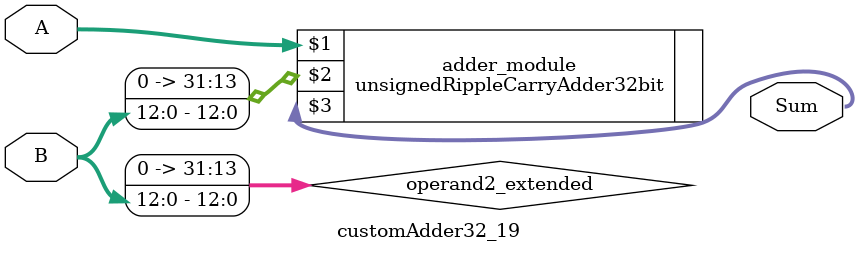
<source format=v>

module customAdder32_19(
                    input [31 : 0] A,
                    input [12 : 0] B,
                    
                    output [32 : 0] Sum
            );

    wire [31 : 0] operand2_extended;
    
    assign operand2_extended =  {19'b0, B};
    
    unsignedRippleCarryAdder32bit adder_module(
        A,
        operand2_extended,
        Sum
    );
    
endmodule
        
</source>
